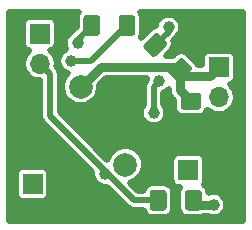
<source format=gbl>
G04 #@! TF.GenerationSoftware,KiCad,Pcbnew,(5.1.6)-1*
G04 #@! TF.CreationDate,2021-07-12T15:37:41+03:00*
G04 #@! TF.ProjectId,detector,64657465-6374-46f7-922e-6b696361645f,rev?*
G04 #@! TF.SameCoordinates,Original*
G04 #@! TF.FileFunction,Copper,L2,Bot*
G04 #@! TF.FilePolarity,Positive*
%FSLAX46Y46*%
G04 Gerber Fmt 4.6, Leading zero omitted, Abs format (unit mm)*
G04 Created by KiCad (PCBNEW (5.1.6)-1) date 2021-07-12 15:37:42*
%MOMM*%
%LPD*%
G01*
G04 APERTURE LIST*
G04 #@! TA.AperFunction,ComponentPad*
%ADD10O,1.700000X1.700000*%
G04 #@! TD*
G04 #@! TA.AperFunction,ComponentPad*
%ADD11R,1.700000X1.700000*%
G04 #@! TD*
G04 #@! TA.AperFunction,ComponentPad*
%ADD12C,2.000000*%
G04 #@! TD*
G04 #@! TA.AperFunction,ViaPad*
%ADD13C,1.000000*%
G04 #@! TD*
G04 #@! TA.AperFunction,Conductor*
%ADD14C,0.770000*%
G04 #@! TD*
G04 #@! TA.AperFunction,Conductor*
%ADD15C,0.500000*%
G04 #@! TD*
G04 #@! TA.AperFunction,Conductor*
%ADD16C,0.550000*%
G04 #@! TD*
G04 APERTURE END LIST*
G04 #@! TA.AperFunction,SMDPad,CuDef*
G36*
G01*
X36125000Y-29925000D02*
X34875000Y-29925000D01*
G75*
G02*
X34625000Y-29675000I0J250000D01*
G01*
X34625000Y-28750000D01*
G75*
G02*
X34875000Y-28500000I250000J0D01*
G01*
X36125000Y-28500000D01*
G75*
G02*
X36375000Y-28750000I0J-250000D01*
G01*
X36375000Y-29675000D01*
G75*
G02*
X36125000Y-29925000I-250000J0D01*
G01*
G37*
G04 #@! TD.AperFunction*
G04 #@! TA.AperFunction,SMDPad,CuDef*
G36*
G01*
X36125000Y-32900000D02*
X34875000Y-32900000D01*
G75*
G02*
X34625000Y-32650000I0J250000D01*
G01*
X34625000Y-31725000D01*
G75*
G02*
X34875000Y-31475000I250000J0D01*
G01*
X36125000Y-31475000D01*
G75*
G02*
X36375000Y-31725000I0J-250000D01*
G01*
X36375000Y-32650000D01*
G75*
G02*
X36125000Y-32900000I-250000J0D01*
G01*
G37*
G04 #@! TD.AperFunction*
D10*
X37900000Y-31430000D03*
X37900000Y-28890000D03*
D11*
X37900000Y-26350000D03*
D10*
X22710000Y-26030000D03*
D11*
X22710000Y-23490000D03*
X22100000Y-36210000D03*
G04 #@! TA.AperFunction,SMDPad,CuDef*
G36*
G01*
X34995000Y-38225000D02*
X34995000Y-36975000D01*
G75*
G02*
X35245000Y-36725000I250000J0D01*
G01*
X36170000Y-36725000D01*
G75*
G02*
X36420000Y-36975000I0J-250000D01*
G01*
X36420000Y-38225000D01*
G75*
G02*
X36170000Y-38475000I-250000J0D01*
G01*
X35245000Y-38475000D01*
G75*
G02*
X34995000Y-38225000I0J250000D01*
G01*
G37*
G04 #@! TD.AperFunction*
G04 #@! TA.AperFunction,SMDPad,CuDef*
G36*
G01*
X32020000Y-38225000D02*
X32020000Y-36975000D01*
G75*
G02*
X32270000Y-36725000I250000J0D01*
G01*
X33195000Y-36725000D01*
G75*
G02*
X33445000Y-36975000I0J-250000D01*
G01*
X33445000Y-38225000D01*
G75*
G02*
X33195000Y-38475000I-250000J0D01*
G01*
X32270000Y-38475000D01*
G75*
G02*
X32020000Y-38225000I0J250000D01*
G01*
G37*
G04 #@! TD.AperFunction*
G04 #@! TA.AperFunction,SMDPad,CuDef*
G36*
G01*
X33636066Y-26499949D02*
X34519949Y-25616065D01*
G75*
G02*
X34873503Y-25616065I176777J-176777D01*
G01*
X35527577Y-26270139D01*
G75*
G02*
X35527577Y-26623693I-176777J-176777D01*
G01*
X34643693Y-27507577D01*
G75*
G02*
X34290139Y-27507577I-176777J176777D01*
G01*
X33636065Y-26853503D01*
G75*
G02*
X33636065Y-26499949I176777J176777D01*
G01*
G37*
G04 #@! TD.AperFunction*
G04 #@! TA.AperFunction,SMDPad,CuDef*
G36*
G01*
X31532424Y-24396307D02*
X32416307Y-23512423D01*
G75*
G02*
X32769861Y-23512423I176777J-176777D01*
G01*
X33423935Y-24166497D01*
G75*
G02*
X33423935Y-24520051I-176777J-176777D01*
G01*
X32540051Y-25403935D01*
G75*
G02*
X32186497Y-25403935I-176777J176777D01*
G01*
X31532423Y-24749861D01*
G75*
G02*
X31532423Y-24396307I176777J176777D01*
G01*
G37*
G04 #@! TD.AperFunction*
G04 #@! TA.AperFunction,SMDPad,CuDef*
G36*
G01*
X29375000Y-23415000D02*
X29375000Y-22165000D01*
G75*
G02*
X29625000Y-21915000I250000J0D01*
G01*
X30550000Y-21915000D01*
G75*
G02*
X30800000Y-22165000I0J-250000D01*
G01*
X30800000Y-23415000D01*
G75*
G02*
X30550000Y-23665000I-250000J0D01*
G01*
X29625000Y-23665000D01*
G75*
G02*
X29375000Y-23415000I0J250000D01*
G01*
G37*
G04 #@! TD.AperFunction*
G04 #@! TA.AperFunction,SMDPad,CuDef*
G36*
G01*
X26400000Y-23415000D02*
X26400000Y-22165000D01*
G75*
G02*
X26650000Y-21915000I250000J0D01*
G01*
X27575000Y-21915000D01*
G75*
G02*
X27825000Y-22165000I0J-250000D01*
G01*
X27825000Y-23415000D01*
G75*
G02*
X27575000Y-23665000I-250000J0D01*
G01*
X26650000Y-23665000D01*
G75*
G02*
X26400000Y-23415000I0J250000D01*
G01*
G37*
G04 #@! TD.AperFunction*
D10*
X37820000Y-35050000D03*
D11*
X35280000Y-35050000D03*
D12*
X26160000Y-27988207D03*
X29960000Y-34570000D03*
D13*
X32350000Y-30180000D03*
X32830000Y-27490000D03*
X27960028Y-28699972D03*
X25350000Y-25810000D03*
X25910000Y-24320000D03*
X33610000Y-22960000D03*
X37420000Y-37970000D03*
X28220000Y-35370000D03*
D14*
X37154365Y-27065635D02*
X37880000Y-26340000D01*
X35085635Y-27065635D02*
X37154365Y-27065635D01*
X34581821Y-26561821D02*
X35085635Y-27065635D01*
X26211596Y-27988207D02*
X26160000Y-27988207D01*
X27894804Y-26304999D02*
X26211596Y-27988207D01*
X34324999Y-26304999D02*
X27894804Y-26304999D01*
X34581821Y-26561821D02*
X34324999Y-26304999D01*
X34581821Y-28294321D02*
X35500000Y-29212500D01*
X34581821Y-26561821D02*
X34581821Y-28294321D01*
D15*
X32350000Y-27970000D02*
X32830000Y-27490000D01*
X32350000Y-30180000D02*
X32350000Y-27970000D01*
D14*
X31530055Y-32269999D02*
X27960028Y-28699972D01*
X37880000Y-31420000D02*
X37030001Y-32269999D01*
X37030001Y-32269999D02*
X31530055Y-32269999D01*
D15*
X27067500Y-25810000D02*
X25350000Y-25810000D01*
X30087500Y-22790000D02*
X27067500Y-25810000D01*
X27112500Y-22790000D02*
X25910000Y-23992500D01*
X25910000Y-23992500D02*
X25910000Y-24320000D01*
X32478179Y-24458179D02*
X33610000Y-23326358D01*
X33610000Y-23326358D02*
X33610000Y-22960000D01*
D14*
X36077500Y-37970000D02*
X35707500Y-37600000D01*
X37420000Y-37970000D02*
X36077500Y-37970000D01*
D15*
X30695998Y-37600000D02*
X32732500Y-37600000D01*
X23559999Y-26879999D02*
X23559999Y-30464001D01*
X22710000Y-26030000D02*
X23559999Y-26879999D01*
X28327999Y-35262001D02*
X28220000Y-35370000D01*
X28327999Y-35232001D02*
X28327999Y-35262001D01*
X28327999Y-35232001D02*
X30695998Y-37600000D01*
X23559999Y-30464001D02*
X28327999Y-35232001D01*
D16*
G36*
X25961724Y-21705109D02*
G01*
X25885229Y-21848222D01*
X25838124Y-22003508D01*
X25822218Y-22165000D01*
X25822218Y-22913557D01*
X25355296Y-23380479D01*
X25323815Y-23406315D01*
X25301155Y-23433926D01*
X25224728Y-23484993D01*
X25074993Y-23634728D01*
X24957348Y-23810797D01*
X24876312Y-24006434D01*
X24835000Y-24214122D01*
X24835000Y-24425878D01*
X24876312Y-24633566D01*
X24950230Y-24812019D01*
X24840797Y-24857348D01*
X24664728Y-24974993D01*
X24514993Y-25124728D01*
X24397348Y-25300797D01*
X24316312Y-25496434D01*
X24275000Y-25704122D01*
X24275000Y-25915878D01*
X24316312Y-26123566D01*
X24397348Y-26319203D01*
X24514993Y-26495272D01*
X24664728Y-26645007D01*
X24840797Y-26762652D01*
X25036434Y-26843688D01*
X25070380Y-26850440D01*
X24936617Y-26984203D01*
X24764253Y-27242165D01*
X24645526Y-27528796D01*
X24585000Y-27833083D01*
X24585000Y-28143331D01*
X24645526Y-28447618D01*
X24764253Y-28734249D01*
X24936617Y-28992211D01*
X25155996Y-29211590D01*
X25413958Y-29383954D01*
X25700589Y-29502681D01*
X26004876Y-29563207D01*
X26315124Y-29563207D01*
X26619411Y-29502681D01*
X26906042Y-29383954D01*
X27164004Y-29211590D01*
X27383383Y-28992211D01*
X27555747Y-28734249D01*
X27674474Y-28447618D01*
X27735000Y-28143331D01*
X27735000Y-27833083D01*
X27733235Y-27824212D01*
X28292449Y-27264999D01*
X31778695Y-27264999D01*
X31755000Y-27384122D01*
X31755000Y-27394557D01*
X31660720Y-27509437D01*
X31611478Y-27601563D01*
X31584113Y-27652759D01*
X31536938Y-27808272D01*
X31521010Y-27970000D01*
X31525001Y-28010523D01*
X31525000Y-29484721D01*
X31514993Y-29494728D01*
X31397348Y-29670797D01*
X31316312Y-29866434D01*
X31275000Y-30074122D01*
X31275000Y-30285878D01*
X31316312Y-30493566D01*
X31397348Y-30689203D01*
X31514993Y-30865272D01*
X31664728Y-31015007D01*
X31840797Y-31132652D01*
X32036434Y-31213688D01*
X32244122Y-31255000D01*
X32455878Y-31255000D01*
X32663566Y-31213688D01*
X32859203Y-31132652D01*
X33035272Y-31015007D01*
X33185007Y-30865272D01*
X33302652Y-30689203D01*
X33383688Y-30493566D01*
X33425000Y-30285878D01*
X33425000Y-30074122D01*
X33383688Y-29866434D01*
X33302652Y-29670797D01*
X33185007Y-29494728D01*
X33175000Y-29484721D01*
X33175000Y-28510668D01*
X33339203Y-28442652D01*
X33515272Y-28325007D01*
X33621822Y-28218457D01*
X33621822Y-28247159D01*
X33617177Y-28294321D01*
X33635712Y-28482513D01*
X33690605Y-28663474D01*
X33779748Y-28830249D01*
X33865155Y-28934317D01*
X33899715Y-28976428D01*
X33936347Y-29006491D01*
X34047218Y-29117362D01*
X34047218Y-29675000D01*
X34063124Y-29836492D01*
X34110229Y-29991778D01*
X34186724Y-30134891D01*
X34289670Y-30260330D01*
X34415109Y-30363276D01*
X34558222Y-30439771D01*
X34713508Y-30486876D01*
X34875000Y-30502782D01*
X36125000Y-30502782D01*
X36286492Y-30486876D01*
X36441778Y-30439771D01*
X36584891Y-30363276D01*
X36710330Y-30260330D01*
X36813276Y-30134891D01*
X36889771Y-29991778D01*
X36912289Y-29917544D01*
X36991615Y-29996870D01*
X37225009Y-30152819D01*
X37484343Y-30260238D01*
X37759650Y-30315000D01*
X38040350Y-30315000D01*
X38315657Y-30260238D01*
X38574991Y-30152819D01*
X38808385Y-29996870D01*
X39006870Y-29798385D01*
X39162819Y-29564991D01*
X39270238Y-29305657D01*
X39325000Y-29030350D01*
X39325000Y-28749650D01*
X39270238Y-28474343D01*
X39162819Y-28215009D01*
X39006870Y-27981615D01*
X38808385Y-27783130D01*
X38793909Y-27773457D01*
X38862720Y-27766680D01*
X38971108Y-27733801D01*
X39070998Y-27680408D01*
X39158554Y-27608554D01*
X39230408Y-27520998D01*
X39283801Y-27421108D01*
X39316680Y-27312720D01*
X39327782Y-27200000D01*
X39327782Y-25500000D01*
X39316680Y-25387280D01*
X39283801Y-25278892D01*
X39230408Y-25179002D01*
X39158554Y-25091446D01*
X39070998Y-25019592D01*
X38971108Y-24966199D01*
X38862720Y-24933320D01*
X38750000Y-24922218D01*
X37050000Y-24922218D01*
X36937280Y-24933320D01*
X36828892Y-24966199D01*
X36729002Y-25019592D01*
X36641446Y-25091446D01*
X36569592Y-25179002D01*
X36516199Y-25278892D01*
X36483320Y-25387280D01*
X36472218Y-25500000D01*
X36472218Y-26105635D01*
X36102474Y-26105635D01*
X36039076Y-25987025D01*
X35936130Y-25861586D01*
X35282056Y-25207512D01*
X35156617Y-25104566D01*
X35013504Y-25028071D01*
X34858218Y-24980966D01*
X34696726Y-24965060D01*
X34535234Y-24980966D01*
X34379948Y-25028071D01*
X34236835Y-25104566D01*
X34111396Y-25207512D01*
X33973909Y-25344999D01*
X33416093Y-25344999D01*
X33832488Y-24928604D01*
X33935434Y-24803165D01*
X34011929Y-24660052D01*
X34059034Y-24504766D01*
X34074940Y-24343274D01*
X34059034Y-24181782D01*
X34026978Y-24076107D01*
X34164716Y-23938369D01*
X34196185Y-23912543D01*
X34222012Y-23881073D01*
X34222016Y-23881069D01*
X34279686Y-23810797D01*
X34289455Y-23798894D01*
X34295272Y-23795007D01*
X34445007Y-23645272D01*
X34562652Y-23469203D01*
X34643688Y-23273566D01*
X34685000Y-23065878D01*
X34685000Y-22854122D01*
X34643688Y-22646434D01*
X34562652Y-22450797D01*
X34445007Y-22274728D01*
X34295272Y-22124993D01*
X34119203Y-22007348D01*
X33923566Y-21926312D01*
X33715878Y-21885000D01*
X33504122Y-21885000D01*
X33296434Y-21926312D01*
X33100797Y-22007348D01*
X32924728Y-22124993D01*
X32774993Y-22274728D01*
X32657348Y-22450797D01*
X32576312Y-22646434D01*
X32535000Y-22854122D01*
X32535000Y-22867139D01*
X32431592Y-22877324D01*
X32276306Y-22924429D01*
X32133193Y-23000924D01*
X32007754Y-23103870D01*
X31240048Y-23871576D01*
X31314771Y-23731778D01*
X31361876Y-23576492D01*
X31377782Y-23415000D01*
X31377782Y-22165000D01*
X31361876Y-22003508D01*
X31314771Y-21848222D01*
X31238276Y-21705109D01*
X31172532Y-21625000D01*
X39875000Y-21625000D01*
X39875001Y-39375000D01*
X20125000Y-39375000D01*
X20125000Y-35360000D01*
X20672218Y-35360000D01*
X20672218Y-37060000D01*
X20683320Y-37172720D01*
X20716199Y-37281108D01*
X20769592Y-37380998D01*
X20841446Y-37468554D01*
X20929002Y-37540408D01*
X21028892Y-37593801D01*
X21137280Y-37626680D01*
X21250000Y-37637782D01*
X22950000Y-37637782D01*
X23062720Y-37626680D01*
X23171108Y-37593801D01*
X23270998Y-37540408D01*
X23358554Y-37468554D01*
X23430408Y-37380998D01*
X23483801Y-37281108D01*
X23516680Y-37172720D01*
X23527782Y-37060000D01*
X23527782Y-35360000D01*
X23516680Y-35247280D01*
X23483801Y-35138892D01*
X23430408Y-35039002D01*
X23358554Y-34951446D01*
X23270998Y-34879592D01*
X23171108Y-34826199D01*
X23062720Y-34793320D01*
X22950000Y-34782218D01*
X21250000Y-34782218D01*
X21137280Y-34793320D01*
X21028892Y-34826199D01*
X20929002Y-34879592D01*
X20841446Y-34951446D01*
X20769592Y-35039002D01*
X20716199Y-35138892D01*
X20683320Y-35247280D01*
X20672218Y-35360000D01*
X20125000Y-35360000D01*
X20125000Y-22640000D01*
X21282218Y-22640000D01*
X21282218Y-24340000D01*
X21293320Y-24452720D01*
X21326199Y-24561108D01*
X21379592Y-24660998D01*
X21451446Y-24748554D01*
X21539002Y-24820408D01*
X21638892Y-24873801D01*
X21747280Y-24906680D01*
X21816091Y-24913457D01*
X21801615Y-24923130D01*
X21603130Y-25121615D01*
X21447181Y-25355009D01*
X21339762Y-25614343D01*
X21285000Y-25889650D01*
X21285000Y-26170350D01*
X21339762Y-26445657D01*
X21447181Y-26704991D01*
X21603130Y-26938385D01*
X21801615Y-27136870D01*
X22035009Y-27292819D01*
X22294343Y-27400238D01*
X22569650Y-27455000D01*
X22734999Y-27455000D01*
X22735000Y-30423478D01*
X22731009Y-30464001D01*
X22746937Y-30625729D01*
X22794112Y-30781242D01*
X22870719Y-30924564D01*
X22973815Y-31050186D01*
X23005290Y-31076017D01*
X27153029Y-35223757D01*
X27145000Y-35264122D01*
X27145000Y-35475878D01*
X27186312Y-35683566D01*
X27267348Y-35879203D01*
X27384993Y-36055272D01*
X27534728Y-36205007D01*
X27710797Y-36322652D01*
X27906434Y-36403688D01*
X28114122Y-36445000D01*
X28325878Y-36445000D01*
X28366243Y-36436971D01*
X30083982Y-38154710D01*
X30109813Y-38186185D01*
X30235435Y-38289281D01*
X30378757Y-38365888D01*
X30487095Y-38398752D01*
X30534269Y-38413062D01*
X30549868Y-38414598D01*
X30655477Y-38425000D01*
X30655484Y-38425000D01*
X30695997Y-38428990D01*
X30736510Y-38425000D01*
X31469805Y-38425000D01*
X31505229Y-38541778D01*
X31581724Y-38684891D01*
X31684670Y-38810330D01*
X31810109Y-38913276D01*
X31953222Y-38989771D01*
X32108508Y-39036876D01*
X32270000Y-39052782D01*
X33195000Y-39052782D01*
X33356492Y-39036876D01*
X33511778Y-38989771D01*
X33654891Y-38913276D01*
X33780330Y-38810330D01*
X33883276Y-38684891D01*
X33959771Y-38541778D01*
X34006876Y-38386492D01*
X34022782Y-38225000D01*
X34022782Y-36975000D01*
X34006876Y-36813508D01*
X33959771Y-36658222D01*
X33883276Y-36515109D01*
X33780330Y-36389670D01*
X33654891Y-36286724D01*
X33511778Y-36210229D01*
X33356492Y-36163124D01*
X33195000Y-36147218D01*
X32270000Y-36147218D01*
X32108508Y-36163124D01*
X31953222Y-36210229D01*
X31810109Y-36286724D01*
X31684670Y-36389670D01*
X31581724Y-36515109D01*
X31505229Y-36658222D01*
X31469805Y-36775000D01*
X31037724Y-36775000D01*
X30359179Y-36096455D01*
X30419411Y-36084474D01*
X30706042Y-35965747D01*
X30964004Y-35793383D01*
X31183383Y-35574004D01*
X31355747Y-35316042D01*
X31474474Y-35029411D01*
X31535000Y-34725124D01*
X31535000Y-34414876D01*
X31492259Y-34200000D01*
X33852218Y-34200000D01*
X33852218Y-35900000D01*
X33863320Y-36012720D01*
X33896199Y-36121108D01*
X33949592Y-36220998D01*
X34021446Y-36308554D01*
X34109002Y-36380408D01*
X34208892Y-36433801D01*
X34317280Y-36466680D01*
X34430000Y-36477782D01*
X34587358Y-36477782D01*
X34556724Y-36515109D01*
X34480229Y-36658222D01*
X34433124Y-36813508D01*
X34417218Y-36975000D01*
X34417218Y-38225000D01*
X34433124Y-38386492D01*
X34480229Y-38541778D01*
X34556724Y-38684891D01*
X34659670Y-38810330D01*
X34785109Y-38913276D01*
X34928222Y-38989771D01*
X35083508Y-39036876D01*
X35245000Y-39052782D01*
X36170000Y-39052782D01*
X36331492Y-39036876D01*
X36486778Y-38989771D01*
X36598602Y-38930000D01*
X36928537Y-38930000D01*
X37106434Y-39003688D01*
X37314122Y-39045000D01*
X37525878Y-39045000D01*
X37733566Y-39003688D01*
X37929203Y-38922652D01*
X38105272Y-38805007D01*
X38255007Y-38655272D01*
X38372652Y-38479203D01*
X38453688Y-38283566D01*
X38495000Y-38075878D01*
X38495000Y-37864122D01*
X38453688Y-37656434D01*
X38372652Y-37460797D01*
X38255007Y-37284728D01*
X38105272Y-37134993D01*
X37929203Y-37017348D01*
X37733566Y-36936312D01*
X37525878Y-36895000D01*
X37314122Y-36895000D01*
X37106434Y-36936312D01*
X36997782Y-36981317D01*
X36997782Y-36975000D01*
X36981876Y-36813508D01*
X36934771Y-36658222D01*
X36858276Y-36515109D01*
X36755330Y-36389670D01*
X36629891Y-36286724D01*
X36578856Y-36259445D01*
X36610408Y-36220998D01*
X36663801Y-36121108D01*
X36696680Y-36012720D01*
X36707782Y-35900000D01*
X36707782Y-34200000D01*
X36696680Y-34087280D01*
X36663801Y-33978892D01*
X36610408Y-33879002D01*
X36538554Y-33791446D01*
X36450998Y-33719592D01*
X36351108Y-33666199D01*
X36242720Y-33633320D01*
X36130000Y-33622218D01*
X34430000Y-33622218D01*
X34317280Y-33633320D01*
X34208892Y-33666199D01*
X34109002Y-33719592D01*
X34021446Y-33791446D01*
X33949592Y-33879002D01*
X33896199Y-33978892D01*
X33863320Y-34087280D01*
X33852218Y-34200000D01*
X31492259Y-34200000D01*
X31474474Y-34110589D01*
X31355747Y-33823958D01*
X31183383Y-33565996D01*
X30964004Y-33346617D01*
X30706042Y-33174253D01*
X30419411Y-33055526D01*
X30115124Y-32995000D01*
X29804876Y-32995000D01*
X29500589Y-33055526D01*
X29213958Y-33174253D01*
X28955996Y-33346617D01*
X28736617Y-33565996D01*
X28564253Y-33823958D01*
X28445526Y-34110589D01*
X28433545Y-34170821D01*
X24384999Y-30122276D01*
X24384999Y-26920511D01*
X24388989Y-26879998D01*
X24384999Y-26839485D01*
X24384999Y-26839478D01*
X24373061Y-26718271D01*
X24370296Y-26709154D01*
X24350837Y-26645007D01*
X24325887Y-26562758D01*
X24249280Y-26419436D01*
X24146184Y-26293814D01*
X24115457Y-26268597D01*
X24135000Y-26170350D01*
X24135000Y-25889650D01*
X24080238Y-25614343D01*
X23972819Y-25355009D01*
X23816870Y-25121615D01*
X23618385Y-24923130D01*
X23603909Y-24913457D01*
X23672720Y-24906680D01*
X23781108Y-24873801D01*
X23880998Y-24820408D01*
X23968554Y-24748554D01*
X24040408Y-24660998D01*
X24093801Y-24561108D01*
X24126680Y-24452720D01*
X24137782Y-24340000D01*
X24137782Y-22640000D01*
X24126680Y-22527280D01*
X24093801Y-22418892D01*
X24040408Y-22319002D01*
X23968554Y-22231446D01*
X23880998Y-22159592D01*
X23781108Y-22106199D01*
X23672720Y-22073320D01*
X23560000Y-22062218D01*
X21860000Y-22062218D01*
X21747280Y-22073320D01*
X21638892Y-22106199D01*
X21539002Y-22159592D01*
X21451446Y-22231446D01*
X21379592Y-22319002D01*
X21326199Y-22418892D01*
X21293320Y-22527280D01*
X21282218Y-22640000D01*
X20125000Y-22640000D01*
X20125000Y-21625000D01*
X26027468Y-21625000D01*
X25961724Y-21705109D01*
G37*
X25961724Y-21705109D02*
X25885229Y-21848222D01*
X25838124Y-22003508D01*
X25822218Y-22165000D01*
X25822218Y-22913557D01*
X25355296Y-23380479D01*
X25323815Y-23406315D01*
X25301155Y-23433926D01*
X25224728Y-23484993D01*
X25074993Y-23634728D01*
X24957348Y-23810797D01*
X24876312Y-24006434D01*
X24835000Y-24214122D01*
X24835000Y-24425878D01*
X24876312Y-24633566D01*
X24950230Y-24812019D01*
X24840797Y-24857348D01*
X24664728Y-24974993D01*
X24514993Y-25124728D01*
X24397348Y-25300797D01*
X24316312Y-25496434D01*
X24275000Y-25704122D01*
X24275000Y-25915878D01*
X24316312Y-26123566D01*
X24397348Y-26319203D01*
X24514993Y-26495272D01*
X24664728Y-26645007D01*
X24840797Y-26762652D01*
X25036434Y-26843688D01*
X25070380Y-26850440D01*
X24936617Y-26984203D01*
X24764253Y-27242165D01*
X24645526Y-27528796D01*
X24585000Y-27833083D01*
X24585000Y-28143331D01*
X24645526Y-28447618D01*
X24764253Y-28734249D01*
X24936617Y-28992211D01*
X25155996Y-29211590D01*
X25413958Y-29383954D01*
X25700589Y-29502681D01*
X26004876Y-29563207D01*
X26315124Y-29563207D01*
X26619411Y-29502681D01*
X26906042Y-29383954D01*
X27164004Y-29211590D01*
X27383383Y-28992211D01*
X27555747Y-28734249D01*
X27674474Y-28447618D01*
X27735000Y-28143331D01*
X27735000Y-27833083D01*
X27733235Y-27824212D01*
X28292449Y-27264999D01*
X31778695Y-27264999D01*
X31755000Y-27384122D01*
X31755000Y-27394557D01*
X31660720Y-27509437D01*
X31611478Y-27601563D01*
X31584113Y-27652759D01*
X31536938Y-27808272D01*
X31521010Y-27970000D01*
X31525001Y-28010523D01*
X31525000Y-29484721D01*
X31514993Y-29494728D01*
X31397348Y-29670797D01*
X31316312Y-29866434D01*
X31275000Y-30074122D01*
X31275000Y-30285878D01*
X31316312Y-30493566D01*
X31397348Y-30689203D01*
X31514993Y-30865272D01*
X31664728Y-31015007D01*
X31840797Y-31132652D01*
X32036434Y-31213688D01*
X32244122Y-31255000D01*
X32455878Y-31255000D01*
X32663566Y-31213688D01*
X32859203Y-31132652D01*
X33035272Y-31015007D01*
X33185007Y-30865272D01*
X33302652Y-30689203D01*
X33383688Y-30493566D01*
X33425000Y-30285878D01*
X33425000Y-30074122D01*
X33383688Y-29866434D01*
X33302652Y-29670797D01*
X33185007Y-29494728D01*
X33175000Y-29484721D01*
X33175000Y-28510668D01*
X33339203Y-28442652D01*
X33515272Y-28325007D01*
X33621822Y-28218457D01*
X33621822Y-28247159D01*
X33617177Y-28294321D01*
X33635712Y-28482513D01*
X33690605Y-28663474D01*
X33779748Y-28830249D01*
X33865155Y-28934317D01*
X33899715Y-28976428D01*
X33936347Y-29006491D01*
X34047218Y-29117362D01*
X34047218Y-29675000D01*
X34063124Y-29836492D01*
X34110229Y-29991778D01*
X34186724Y-30134891D01*
X34289670Y-30260330D01*
X34415109Y-30363276D01*
X34558222Y-30439771D01*
X34713508Y-30486876D01*
X34875000Y-30502782D01*
X36125000Y-30502782D01*
X36286492Y-30486876D01*
X36441778Y-30439771D01*
X36584891Y-30363276D01*
X36710330Y-30260330D01*
X36813276Y-30134891D01*
X36889771Y-29991778D01*
X36912289Y-29917544D01*
X36991615Y-29996870D01*
X37225009Y-30152819D01*
X37484343Y-30260238D01*
X37759650Y-30315000D01*
X38040350Y-30315000D01*
X38315657Y-30260238D01*
X38574991Y-30152819D01*
X38808385Y-29996870D01*
X39006870Y-29798385D01*
X39162819Y-29564991D01*
X39270238Y-29305657D01*
X39325000Y-29030350D01*
X39325000Y-28749650D01*
X39270238Y-28474343D01*
X39162819Y-28215009D01*
X39006870Y-27981615D01*
X38808385Y-27783130D01*
X38793909Y-27773457D01*
X38862720Y-27766680D01*
X38971108Y-27733801D01*
X39070998Y-27680408D01*
X39158554Y-27608554D01*
X39230408Y-27520998D01*
X39283801Y-27421108D01*
X39316680Y-27312720D01*
X39327782Y-27200000D01*
X39327782Y-25500000D01*
X39316680Y-25387280D01*
X39283801Y-25278892D01*
X39230408Y-25179002D01*
X39158554Y-25091446D01*
X39070998Y-25019592D01*
X38971108Y-24966199D01*
X38862720Y-24933320D01*
X38750000Y-24922218D01*
X37050000Y-24922218D01*
X36937280Y-24933320D01*
X36828892Y-24966199D01*
X36729002Y-25019592D01*
X36641446Y-25091446D01*
X36569592Y-25179002D01*
X36516199Y-25278892D01*
X36483320Y-25387280D01*
X36472218Y-25500000D01*
X36472218Y-26105635D01*
X36102474Y-26105635D01*
X36039076Y-25987025D01*
X35936130Y-25861586D01*
X35282056Y-25207512D01*
X35156617Y-25104566D01*
X35013504Y-25028071D01*
X34858218Y-24980966D01*
X34696726Y-24965060D01*
X34535234Y-24980966D01*
X34379948Y-25028071D01*
X34236835Y-25104566D01*
X34111396Y-25207512D01*
X33973909Y-25344999D01*
X33416093Y-25344999D01*
X33832488Y-24928604D01*
X33935434Y-24803165D01*
X34011929Y-24660052D01*
X34059034Y-24504766D01*
X34074940Y-24343274D01*
X34059034Y-24181782D01*
X34026978Y-24076107D01*
X34164716Y-23938369D01*
X34196185Y-23912543D01*
X34222012Y-23881073D01*
X34222016Y-23881069D01*
X34279686Y-23810797D01*
X34289455Y-23798894D01*
X34295272Y-23795007D01*
X34445007Y-23645272D01*
X34562652Y-23469203D01*
X34643688Y-23273566D01*
X34685000Y-23065878D01*
X34685000Y-22854122D01*
X34643688Y-22646434D01*
X34562652Y-22450797D01*
X34445007Y-22274728D01*
X34295272Y-22124993D01*
X34119203Y-22007348D01*
X33923566Y-21926312D01*
X33715878Y-21885000D01*
X33504122Y-21885000D01*
X33296434Y-21926312D01*
X33100797Y-22007348D01*
X32924728Y-22124993D01*
X32774993Y-22274728D01*
X32657348Y-22450797D01*
X32576312Y-22646434D01*
X32535000Y-22854122D01*
X32535000Y-22867139D01*
X32431592Y-22877324D01*
X32276306Y-22924429D01*
X32133193Y-23000924D01*
X32007754Y-23103870D01*
X31240048Y-23871576D01*
X31314771Y-23731778D01*
X31361876Y-23576492D01*
X31377782Y-23415000D01*
X31377782Y-22165000D01*
X31361876Y-22003508D01*
X31314771Y-21848222D01*
X31238276Y-21705109D01*
X31172532Y-21625000D01*
X39875000Y-21625000D01*
X39875001Y-39375000D01*
X20125000Y-39375000D01*
X20125000Y-35360000D01*
X20672218Y-35360000D01*
X20672218Y-37060000D01*
X20683320Y-37172720D01*
X20716199Y-37281108D01*
X20769592Y-37380998D01*
X20841446Y-37468554D01*
X20929002Y-37540408D01*
X21028892Y-37593801D01*
X21137280Y-37626680D01*
X21250000Y-37637782D01*
X22950000Y-37637782D01*
X23062720Y-37626680D01*
X23171108Y-37593801D01*
X23270998Y-37540408D01*
X23358554Y-37468554D01*
X23430408Y-37380998D01*
X23483801Y-37281108D01*
X23516680Y-37172720D01*
X23527782Y-37060000D01*
X23527782Y-35360000D01*
X23516680Y-35247280D01*
X23483801Y-35138892D01*
X23430408Y-35039002D01*
X23358554Y-34951446D01*
X23270998Y-34879592D01*
X23171108Y-34826199D01*
X23062720Y-34793320D01*
X22950000Y-34782218D01*
X21250000Y-34782218D01*
X21137280Y-34793320D01*
X21028892Y-34826199D01*
X20929002Y-34879592D01*
X20841446Y-34951446D01*
X20769592Y-35039002D01*
X20716199Y-35138892D01*
X20683320Y-35247280D01*
X20672218Y-35360000D01*
X20125000Y-35360000D01*
X20125000Y-22640000D01*
X21282218Y-22640000D01*
X21282218Y-24340000D01*
X21293320Y-24452720D01*
X21326199Y-24561108D01*
X21379592Y-24660998D01*
X21451446Y-24748554D01*
X21539002Y-24820408D01*
X21638892Y-24873801D01*
X21747280Y-24906680D01*
X21816091Y-24913457D01*
X21801615Y-24923130D01*
X21603130Y-25121615D01*
X21447181Y-25355009D01*
X21339762Y-25614343D01*
X21285000Y-25889650D01*
X21285000Y-26170350D01*
X21339762Y-26445657D01*
X21447181Y-26704991D01*
X21603130Y-26938385D01*
X21801615Y-27136870D01*
X22035009Y-27292819D01*
X22294343Y-27400238D01*
X22569650Y-27455000D01*
X22734999Y-27455000D01*
X22735000Y-30423478D01*
X22731009Y-30464001D01*
X22746937Y-30625729D01*
X22794112Y-30781242D01*
X22870719Y-30924564D01*
X22973815Y-31050186D01*
X23005290Y-31076017D01*
X27153029Y-35223757D01*
X27145000Y-35264122D01*
X27145000Y-35475878D01*
X27186312Y-35683566D01*
X27267348Y-35879203D01*
X27384993Y-36055272D01*
X27534728Y-36205007D01*
X27710797Y-36322652D01*
X27906434Y-36403688D01*
X28114122Y-36445000D01*
X28325878Y-36445000D01*
X28366243Y-36436971D01*
X30083982Y-38154710D01*
X30109813Y-38186185D01*
X30235435Y-38289281D01*
X30378757Y-38365888D01*
X30487095Y-38398752D01*
X30534269Y-38413062D01*
X30549868Y-38414598D01*
X30655477Y-38425000D01*
X30655484Y-38425000D01*
X30695997Y-38428990D01*
X30736510Y-38425000D01*
X31469805Y-38425000D01*
X31505229Y-38541778D01*
X31581724Y-38684891D01*
X31684670Y-38810330D01*
X31810109Y-38913276D01*
X31953222Y-38989771D01*
X32108508Y-39036876D01*
X32270000Y-39052782D01*
X33195000Y-39052782D01*
X33356492Y-39036876D01*
X33511778Y-38989771D01*
X33654891Y-38913276D01*
X33780330Y-38810330D01*
X33883276Y-38684891D01*
X33959771Y-38541778D01*
X34006876Y-38386492D01*
X34022782Y-38225000D01*
X34022782Y-36975000D01*
X34006876Y-36813508D01*
X33959771Y-36658222D01*
X33883276Y-36515109D01*
X33780330Y-36389670D01*
X33654891Y-36286724D01*
X33511778Y-36210229D01*
X33356492Y-36163124D01*
X33195000Y-36147218D01*
X32270000Y-36147218D01*
X32108508Y-36163124D01*
X31953222Y-36210229D01*
X31810109Y-36286724D01*
X31684670Y-36389670D01*
X31581724Y-36515109D01*
X31505229Y-36658222D01*
X31469805Y-36775000D01*
X31037724Y-36775000D01*
X30359179Y-36096455D01*
X30419411Y-36084474D01*
X30706042Y-35965747D01*
X30964004Y-35793383D01*
X31183383Y-35574004D01*
X31355747Y-35316042D01*
X31474474Y-35029411D01*
X31535000Y-34725124D01*
X31535000Y-34414876D01*
X31492259Y-34200000D01*
X33852218Y-34200000D01*
X33852218Y-35900000D01*
X33863320Y-36012720D01*
X33896199Y-36121108D01*
X33949592Y-36220998D01*
X34021446Y-36308554D01*
X34109002Y-36380408D01*
X34208892Y-36433801D01*
X34317280Y-36466680D01*
X34430000Y-36477782D01*
X34587358Y-36477782D01*
X34556724Y-36515109D01*
X34480229Y-36658222D01*
X34433124Y-36813508D01*
X34417218Y-36975000D01*
X34417218Y-38225000D01*
X34433124Y-38386492D01*
X34480229Y-38541778D01*
X34556724Y-38684891D01*
X34659670Y-38810330D01*
X34785109Y-38913276D01*
X34928222Y-38989771D01*
X35083508Y-39036876D01*
X35245000Y-39052782D01*
X36170000Y-39052782D01*
X36331492Y-39036876D01*
X36486778Y-38989771D01*
X36598602Y-38930000D01*
X36928537Y-38930000D01*
X37106434Y-39003688D01*
X37314122Y-39045000D01*
X37525878Y-39045000D01*
X37733566Y-39003688D01*
X37929203Y-38922652D01*
X38105272Y-38805007D01*
X38255007Y-38655272D01*
X38372652Y-38479203D01*
X38453688Y-38283566D01*
X38495000Y-38075878D01*
X38495000Y-37864122D01*
X38453688Y-37656434D01*
X38372652Y-37460797D01*
X38255007Y-37284728D01*
X38105272Y-37134993D01*
X37929203Y-37017348D01*
X37733566Y-36936312D01*
X37525878Y-36895000D01*
X37314122Y-36895000D01*
X37106434Y-36936312D01*
X36997782Y-36981317D01*
X36997782Y-36975000D01*
X36981876Y-36813508D01*
X36934771Y-36658222D01*
X36858276Y-36515109D01*
X36755330Y-36389670D01*
X36629891Y-36286724D01*
X36578856Y-36259445D01*
X36610408Y-36220998D01*
X36663801Y-36121108D01*
X36696680Y-36012720D01*
X36707782Y-35900000D01*
X36707782Y-34200000D01*
X36696680Y-34087280D01*
X36663801Y-33978892D01*
X36610408Y-33879002D01*
X36538554Y-33791446D01*
X36450998Y-33719592D01*
X36351108Y-33666199D01*
X36242720Y-33633320D01*
X36130000Y-33622218D01*
X34430000Y-33622218D01*
X34317280Y-33633320D01*
X34208892Y-33666199D01*
X34109002Y-33719592D01*
X34021446Y-33791446D01*
X33949592Y-33879002D01*
X33896199Y-33978892D01*
X33863320Y-34087280D01*
X33852218Y-34200000D01*
X31492259Y-34200000D01*
X31474474Y-34110589D01*
X31355747Y-33823958D01*
X31183383Y-33565996D01*
X30964004Y-33346617D01*
X30706042Y-33174253D01*
X30419411Y-33055526D01*
X30115124Y-32995000D01*
X29804876Y-32995000D01*
X29500589Y-33055526D01*
X29213958Y-33174253D01*
X28955996Y-33346617D01*
X28736617Y-33565996D01*
X28564253Y-33823958D01*
X28445526Y-34110589D01*
X28433545Y-34170821D01*
X24384999Y-30122276D01*
X24384999Y-26920511D01*
X24388989Y-26879998D01*
X24384999Y-26839485D01*
X24384999Y-26839478D01*
X24373061Y-26718271D01*
X24370296Y-26709154D01*
X24350837Y-26645007D01*
X24325887Y-26562758D01*
X24249280Y-26419436D01*
X24146184Y-26293814D01*
X24115457Y-26268597D01*
X24135000Y-26170350D01*
X24135000Y-25889650D01*
X24080238Y-25614343D01*
X23972819Y-25355009D01*
X23816870Y-25121615D01*
X23618385Y-24923130D01*
X23603909Y-24913457D01*
X23672720Y-24906680D01*
X23781108Y-24873801D01*
X23880998Y-24820408D01*
X23968554Y-24748554D01*
X24040408Y-24660998D01*
X24093801Y-24561108D01*
X24126680Y-24452720D01*
X24137782Y-24340000D01*
X24137782Y-22640000D01*
X24126680Y-22527280D01*
X24093801Y-22418892D01*
X24040408Y-22319002D01*
X23968554Y-22231446D01*
X23880998Y-22159592D01*
X23781108Y-22106199D01*
X23672720Y-22073320D01*
X23560000Y-22062218D01*
X21860000Y-22062218D01*
X21747280Y-22073320D01*
X21638892Y-22106199D01*
X21539002Y-22159592D01*
X21451446Y-22231446D01*
X21379592Y-22319002D01*
X21326199Y-22418892D01*
X21293320Y-22527280D01*
X21282218Y-22640000D01*
X20125000Y-22640000D01*
X20125000Y-21625000D01*
X26027468Y-21625000D01*
X25961724Y-21705109D01*
M02*

</source>
